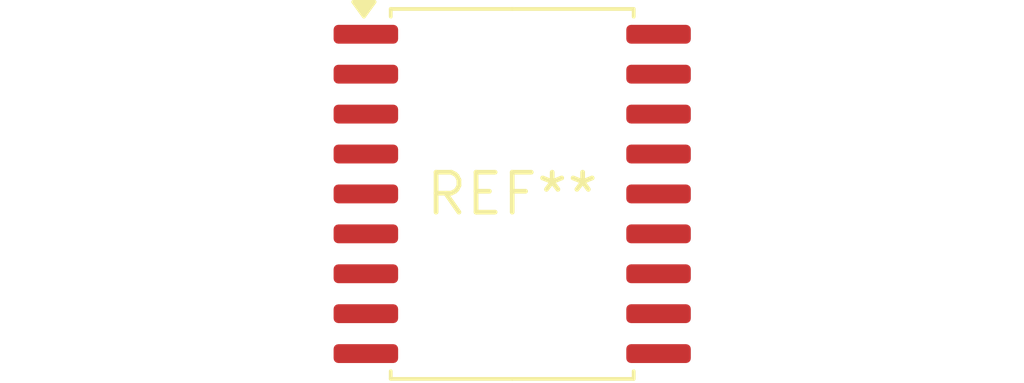
<source format=kicad_pcb>
(kicad_pcb (version 20240108) (generator pcbnew)
  (layers (0 "F.Cu" signal) (31 "B.Cu" signal) (34 "B.Paste" user) (35 "F.Paste" user) (36 "B.SilkS" user "B.Silkscreen") (37 "F.SilkS" user "F.Silkscreen") (38 "B.Mask" user) (39 "F.Mask" user) (44 "Edge.Cuts" user))
  (net 0 "")
  (footprint "SOIC-18W_7.5x11.6mm_P1.27mm" (layer "F.Cu") (at 0 0)
    (property "Reference" "REF**")
    (property "Value" "SOIC-18W_7.5x11.6mm_P1.27mm")
    (fp_line (start -3.86 -5.885) (end -3.86 -5.64) (layer "F.SilkS") (stroke (width 0.12)))
    (fp_line (start -3.86 5.885) (end -3.86 5.64) (layer "F.SilkS") (stroke (width 0.12)))
    (fp_line (start 0 -5.885) (end -3.86 -5.885) (layer "F.SilkS") (stroke (width 0.12)))
    (fp_line (start 0 -5.885) (end 3.86 -5.885) (layer "F.SilkS") (stroke (width 0.12)))
    (fp_line (start 0 5.885) (end -3.86 5.885) (layer "F.SilkS") (stroke (width 0.12)))
    (fp_line (start 0 5.885) (end 3.86 5.885) (layer "F.SilkS") (stroke (width 0.12)))
    (fp_line (start 3.86 -5.885) (end 3.86 -5.64) (layer "F.SilkS") (stroke (width 0.12)))
    (fp_line (start 3.86 5.885) (end 3.86 5.64) (layer "F.SilkS") (stroke (width 0.12)))
    (fp_poly (pts (xy -4.7125 -5.64) (xy -5.0525 -6.11) (xy -4.3725 -6.11) (xy -4.7125 -5.64)) (layer "F.SilkS") (stroke (width 0.12)) (fill solid))
    (pad "1" smd roundrect (at -4.65 -5.08) (size 2.05 0.6) (layers "F.Cu" "F.Paste" "F.Mask"))
    (pad "2" smd roundrect (at -4.65 -3.81) (size 2.05 0.6) (layers "F.Cu" "F.Paste" "F.Mask"))
    (pad "3" smd roundrect (at -4.65 -2.54) (size 2.05 0.6) (layers "F.Cu" "F.Paste" "F.Mask"))
    (pad "4" smd roundrect (at -4.65 -1.27) (size 2.05 0.6) (layers "F.Cu" "F.Paste" "F.Mask"))
    (pad "5" smd roundrect (at -4.65 0) (size 2.05 0.6) (layers "F.Cu" "F.Paste" "F.Mask"))
    (pad "6" smd roundrect (at -4.65 1.27) (size 2.05 0.6) (layers "F.Cu" "F.Paste" "F.Mask"))
    (pad "7" smd roundrect (at -4.65 2.54) (size 2.05 0.6) (layers "F.Cu" "F.Paste" "F.Mask"))
    (pad "8" smd roundrect (at -4.65 3.81) (size 2.05 0.6) (layers "F.Cu" "F.Paste" "F.Mask"))
    (pad "9" smd roundrect (at -4.65 5.08) (size 2.05 0.6) (layers "F.Cu" "F.Paste" "F.Mask"))
    (pad "10" smd roundrect (at 4.65 5.08) (size 2.05 0.6) (layers "F.Cu" "F.Paste" "F.Mask"))
    (pad "11" smd roundrect (at 4.65 3.81) (size 2.05 0.6) (layers "F.Cu" "F.Paste" "F.Mask"))
    (pad "12" smd roundrect (at 4.65 2.54) (size 2.05 0.6) (layers "F.Cu" "F.Paste" "F.Mask"))
    (pad "13" smd roundrect (at 4.65 1.27) (size 2.05 0.6) (layers "F.Cu" "F.Paste" "F.Mask"))
    (pad "14" smd roundrect (at 4.65 0) (size 2.05 0.6) (layers "F.Cu" "F.Paste" "F.Mask"))
    (pad "15" smd roundrect (at 4.65 -1.27) (size 2.05 0.6) (layers "F.Cu" "F.Paste" "F.Mask"))
    (pad "16" smd roundrect (at 4.65 -2.54) (size 2.05 0.6) (layers "F.Cu" "F.Paste" "F.Mask"))
    (pad "17" smd roundrect (at 4.65 -3.81) (size 2.05 0.6) (layers "F.Cu" "F.Paste" "F.Mask"))
    (pad "18" smd roundrect (at 4.65 -5.08) (size 2.05 0.6) (layers "F.Cu" "F.Paste" "F.Mask"))
  )
)
</source>
